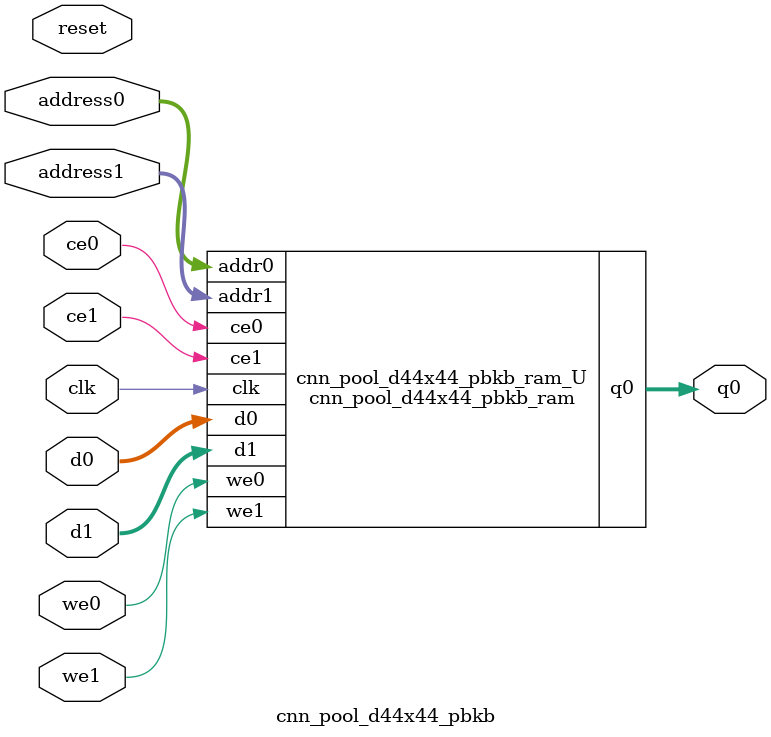
<source format=v>

`timescale 1 ns / 1 ps
module cnn_pool_d44x44_pbkb_ram (addr0, ce0, d0, we0, q0, addr1, ce1, d1, we1,  clk);

parameter DWIDTH = 32;
parameter AWIDTH = 6;
parameter MEM_SIZE = 44;

input[AWIDTH-1:0] addr0;
input ce0;
input[DWIDTH-1:0] d0;
input we0;
output reg[DWIDTH-1:0] q0;
input[AWIDTH-1:0] addr1;
input ce1;
input[DWIDTH-1:0] d1;
input we1;
input clk;

(* ram_style = "block" *)reg [DWIDTH-1:0] ram[0:MEM_SIZE-1];




always @(posedge clk)  
begin 
    if (ce0) 
    begin
        if (we0) 
        begin 
            ram[addr0] <= d0; 
            q0 <= d0;
        end 
        else 
            q0 <= ram[addr0];
    end
end


always @(posedge clk)  
begin 
    if (ce1) 
    begin
        if (we1) 
        begin 
            ram[addr1] <= d1; 
        end 
    end
end


endmodule


`timescale 1 ns / 1 ps
module cnn_pool_d44x44_pbkb(
    reset,
    clk,
    address0,
    ce0,
    we0,
    d0,
    q0,
    address1,
    ce1,
    we1,
    d1);

parameter DataWidth = 32'd32;
parameter AddressRange = 32'd44;
parameter AddressWidth = 32'd6;
input reset;
input clk;
input[AddressWidth - 1:0] address0;
input ce0;
input we0;
input[DataWidth - 1:0] d0;
output[DataWidth - 1:0] q0;
input[AddressWidth - 1:0] address1;
input ce1;
input we1;
input[DataWidth - 1:0] d1;



cnn_pool_d44x44_pbkb_ram cnn_pool_d44x44_pbkb_ram_U(
    .clk( clk ),
    .addr0( address0 ),
    .ce0( ce0 ),
    .d0( d0 ),
    .we0( we0 ),
    .q0( q0 ),
    .addr1( address1 ),
    .ce1( ce1 ),
    .d1( d1 ),
    .we1( we1 ));

endmodule


</source>
